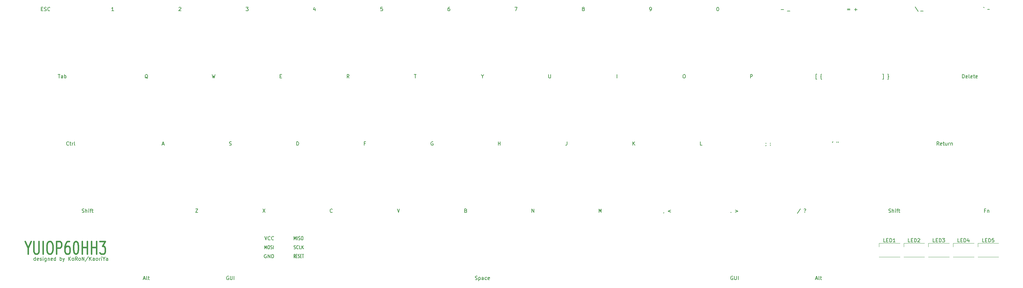
<source format=gbr>
%TF.GenerationSoftware,KiCad,Pcbnew,(5.1.9)-1*%
%TF.CreationDate,2021-04-11T15:21:24+09:00*%
%TF.ProjectId,yuiop60hh3,7975696f-7036-4306-9868-332e6b696361,1*%
%TF.SameCoordinates,Original*%
%TF.FileFunction,Legend,Top*%
%TF.FilePolarity,Positive*%
%FSLAX46Y46*%
G04 Gerber Fmt 4.6, Leading zero omitted, Abs format (unit mm)*
G04 Created by KiCad (PCBNEW (5.1.9)-1) date 2021-04-11 15:21:24*
%MOMM*%
%LPD*%
G01*
G04 APERTURE LIST*
%ADD10C,0.150000*%
%ADD11C,0.400000*%
%ADD12C,0.120000*%
G04 APERTURE END LIST*
D10*
X76701190Y-188717540D02*
X76701190Y-187717540D01*
X76701190Y-188669921D02*
X76605952Y-188717540D01*
X76415476Y-188717540D01*
X76320238Y-188669921D01*
X76272619Y-188622302D01*
X76225000Y-188527064D01*
X76225000Y-188241350D01*
X76272619Y-188146112D01*
X76320238Y-188098493D01*
X76415476Y-188050874D01*
X76605952Y-188050874D01*
X76701190Y-188098493D01*
X77558333Y-188669921D02*
X77463095Y-188717540D01*
X77272619Y-188717540D01*
X77177380Y-188669921D01*
X77129761Y-188574683D01*
X77129761Y-188193731D01*
X77177380Y-188098493D01*
X77272619Y-188050874D01*
X77463095Y-188050874D01*
X77558333Y-188098493D01*
X77605952Y-188193731D01*
X77605952Y-188288969D01*
X77129761Y-188384207D01*
X77986904Y-188669921D02*
X78082142Y-188717540D01*
X78272619Y-188717540D01*
X78367857Y-188669921D01*
X78415476Y-188574683D01*
X78415476Y-188527064D01*
X78367857Y-188431826D01*
X78272619Y-188384207D01*
X78129761Y-188384207D01*
X78034523Y-188336588D01*
X77986904Y-188241350D01*
X77986904Y-188193731D01*
X78034523Y-188098493D01*
X78129761Y-188050874D01*
X78272619Y-188050874D01*
X78367857Y-188098493D01*
X78844047Y-188717540D02*
X78844047Y-188050874D01*
X78844047Y-187717540D02*
X78796428Y-187765160D01*
X78844047Y-187812779D01*
X78891666Y-187765160D01*
X78844047Y-187717540D01*
X78844047Y-187812779D01*
X79748809Y-188050874D02*
X79748809Y-188860398D01*
X79701190Y-188955636D01*
X79653571Y-189003255D01*
X79558333Y-189050874D01*
X79415476Y-189050874D01*
X79320238Y-189003255D01*
X79748809Y-188669921D02*
X79653571Y-188717540D01*
X79463095Y-188717540D01*
X79367857Y-188669921D01*
X79320238Y-188622302D01*
X79272619Y-188527064D01*
X79272619Y-188241350D01*
X79320238Y-188146112D01*
X79367857Y-188098493D01*
X79463095Y-188050874D01*
X79653571Y-188050874D01*
X79748809Y-188098493D01*
X80225000Y-188050874D02*
X80225000Y-188717540D01*
X80225000Y-188146112D02*
X80272619Y-188098493D01*
X80367857Y-188050874D01*
X80510714Y-188050874D01*
X80605952Y-188098493D01*
X80653571Y-188193731D01*
X80653571Y-188717540D01*
X81510714Y-188669921D02*
X81415476Y-188717540D01*
X81225000Y-188717540D01*
X81129761Y-188669921D01*
X81082142Y-188574683D01*
X81082142Y-188193731D01*
X81129761Y-188098493D01*
X81225000Y-188050874D01*
X81415476Y-188050874D01*
X81510714Y-188098493D01*
X81558333Y-188193731D01*
X81558333Y-188288969D01*
X81082142Y-188384207D01*
X82415476Y-188717540D02*
X82415476Y-187717540D01*
X82415476Y-188669921D02*
X82320238Y-188717540D01*
X82129761Y-188717540D01*
X82034523Y-188669921D01*
X81986904Y-188622302D01*
X81939285Y-188527064D01*
X81939285Y-188241350D01*
X81986904Y-188146112D01*
X82034523Y-188098493D01*
X82129761Y-188050874D01*
X82320238Y-188050874D01*
X82415476Y-188098493D01*
X83653571Y-188717540D02*
X83653571Y-187717540D01*
X83653571Y-188098493D02*
X83748809Y-188050874D01*
X83939285Y-188050874D01*
X84034523Y-188098493D01*
X84082142Y-188146112D01*
X84129761Y-188241350D01*
X84129761Y-188527064D01*
X84082142Y-188622302D01*
X84034523Y-188669921D01*
X83939285Y-188717540D01*
X83748809Y-188717540D01*
X83653571Y-188669921D01*
X84463095Y-188050874D02*
X84701190Y-188717540D01*
X84939285Y-188050874D02*
X84701190Y-188717540D01*
X84605952Y-188955636D01*
X84558333Y-189003255D01*
X84463095Y-189050874D01*
X86082142Y-188717540D02*
X86082142Y-187717540D01*
X86653571Y-188717540D02*
X86225000Y-188146112D01*
X86653571Y-187717540D02*
X86082142Y-188288969D01*
X87225000Y-188717540D02*
X87129761Y-188669921D01*
X87082142Y-188622302D01*
X87034523Y-188527064D01*
X87034523Y-188241350D01*
X87082142Y-188146112D01*
X87129761Y-188098493D01*
X87225000Y-188050874D01*
X87367857Y-188050874D01*
X87463095Y-188098493D01*
X87510714Y-188146112D01*
X87558333Y-188241350D01*
X87558333Y-188527064D01*
X87510714Y-188622302D01*
X87463095Y-188669921D01*
X87367857Y-188717540D01*
X87225000Y-188717540D01*
X88558333Y-188717540D02*
X88225000Y-188241350D01*
X87986904Y-188717540D02*
X87986904Y-187717540D01*
X88367857Y-187717540D01*
X88463095Y-187765160D01*
X88510714Y-187812779D01*
X88558333Y-187908017D01*
X88558333Y-188050874D01*
X88510714Y-188146112D01*
X88463095Y-188193731D01*
X88367857Y-188241350D01*
X87986904Y-188241350D01*
X89129761Y-188717540D02*
X89034523Y-188669921D01*
X88986904Y-188622302D01*
X88939285Y-188527064D01*
X88939285Y-188241350D01*
X88986904Y-188146112D01*
X89034523Y-188098493D01*
X89129761Y-188050874D01*
X89272619Y-188050874D01*
X89367857Y-188098493D01*
X89415476Y-188146112D01*
X89463095Y-188241350D01*
X89463095Y-188527064D01*
X89415476Y-188622302D01*
X89367857Y-188669921D01*
X89272619Y-188717540D01*
X89129761Y-188717540D01*
X89891666Y-188717540D02*
X89891666Y-187717540D01*
X90463095Y-188717540D01*
X90463095Y-187717540D01*
X91653571Y-187669921D02*
X90796428Y-188955636D01*
X91986904Y-188717540D02*
X91986904Y-187717540D01*
X92558333Y-188717540D02*
X92129761Y-188146112D01*
X92558333Y-187717540D02*
X91986904Y-188288969D01*
X93415476Y-188717540D02*
X93415476Y-188193731D01*
X93367857Y-188098493D01*
X93272619Y-188050874D01*
X93082142Y-188050874D01*
X92986904Y-188098493D01*
X93415476Y-188669921D02*
X93320238Y-188717540D01*
X93082142Y-188717540D01*
X92986904Y-188669921D01*
X92939285Y-188574683D01*
X92939285Y-188479445D01*
X92986904Y-188384207D01*
X93082142Y-188336588D01*
X93320238Y-188336588D01*
X93415476Y-188288969D01*
X94034523Y-188717540D02*
X93939285Y-188669921D01*
X93891666Y-188622302D01*
X93844047Y-188527064D01*
X93844047Y-188241350D01*
X93891666Y-188146112D01*
X93939285Y-188098493D01*
X94034523Y-188050874D01*
X94177380Y-188050874D01*
X94272619Y-188098493D01*
X94320238Y-188146112D01*
X94367857Y-188241350D01*
X94367857Y-188527064D01*
X94320238Y-188622302D01*
X94272619Y-188669921D01*
X94177380Y-188717540D01*
X94034523Y-188717540D01*
X94796428Y-188717540D02*
X94796428Y-188050874D01*
X94796428Y-188241350D02*
X94844047Y-188146112D01*
X94891666Y-188098493D01*
X94986904Y-188050874D01*
X95082142Y-188050874D01*
X95415476Y-188717540D02*
X95415476Y-188050874D01*
X95415476Y-187717540D02*
X95367857Y-187765160D01*
X95415476Y-187812779D01*
X95463095Y-187765160D01*
X95415476Y-187717540D01*
X95415476Y-187812779D01*
X96082142Y-188241350D02*
X96082142Y-188717540D01*
X95748809Y-187717540D02*
X96082142Y-188241350D01*
X96415476Y-187717540D01*
X97177380Y-188717540D02*
X97177380Y-188193731D01*
X97129761Y-188098493D01*
X97034523Y-188050874D01*
X96844047Y-188050874D01*
X96748809Y-188098493D01*
X97177380Y-188669921D02*
X97082142Y-188717540D01*
X96844047Y-188717540D01*
X96748809Y-188669921D01*
X96701190Y-188574683D01*
X96701190Y-188479445D01*
X96748809Y-188384207D01*
X96844047Y-188336588D01*
X97082142Y-188336588D01*
X97177380Y-188288969D01*
D11*
X74570238Y-185181826D02*
X74570238Y-186848493D01*
X73736904Y-183348493D02*
X74570238Y-185181826D01*
X75403571Y-183348493D01*
X76236904Y-183348493D02*
X76236904Y-186181826D01*
X76355952Y-186515160D01*
X76475000Y-186681826D01*
X76713095Y-186848493D01*
X77189285Y-186848493D01*
X77427380Y-186681826D01*
X77546428Y-186515160D01*
X77665476Y-186181826D01*
X77665476Y-183348493D01*
X78855952Y-186848493D02*
X78855952Y-183348493D01*
X80522619Y-183348493D02*
X80998809Y-183348493D01*
X81236904Y-183515160D01*
X81475000Y-183848493D01*
X81594047Y-184515160D01*
X81594047Y-185681826D01*
X81475000Y-186348493D01*
X81236904Y-186681826D01*
X80998809Y-186848493D01*
X80522619Y-186848493D01*
X80284523Y-186681826D01*
X80046428Y-186348493D01*
X79927380Y-185681826D01*
X79927380Y-184515160D01*
X80046428Y-183848493D01*
X80284523Y-183515160D01*
X80522619Y-183348493D01*
X82665476Y-186848493D02*
X82665476Y-183348493D01*
X83617857Y-183348493D01*
X83855952Y-183515160D01*
X83975000Y-183681826D01*
X84094047Y-184015160D01*
X84094047Y-184515160D01*
X83975000Y-184848493D01*
X83855952Y-185015160D01*
X83617857Y-185181826D01*
X82665476Y-185181826D01*
X86236904Y-183348493D02*
X85760714Y-183348493D01*
X85522619Y-183515160D01*
X85403571Y-183681826D01*
X85165476Y-184181826D01*
X85046428Y-184848493D01*
X85046428Y-186181826D01*
X85165476Y-186515160D01*
X85284523Y-186681826D01*
X85522619Y-186848493D01*
X85998809Y-186848493D01*
X86236904Y-186681826D01*
X86355952Y-186515160D01*
X86475000Y-186181826D01*
X86475000Y-185348493D01*
X86355952Y-185015160D01*
X86236904Y-184848493D01*
X85998809Y-184681826D01*
X85522619Y-184681826D01*
X85284523Y-184848493D01*
X85165476Y-185015160D01*
X85046428Y-185348493D01*
X88022619Y-183348493D02*
X88260714Y-183348493D01*
X88498809Y-183515160D01*
X88617857Y-183681826D01*
X88736904Y-184015160D01*
X88855952Y-184681826D01*
X88855952Y-185515160D01*
X88736904Y-186181826D01*
X88617857Y-186515160D01*
X88498809Y-186681826D01*
X88260714Y-186848493D01*
X88022619Y-186848493D01*
X87784523Y-186681826D01*
X87665476Y-186515160D01*
X87546428Y-186181826D01*
X87427380Y-185515160D01*
X87427380Y-184681826D01*
X87546428Y-184015160D01*
X87665476Y-183681826D01*
X87784523Y-183515160D01*
X88022619Y-183348493D01*
X89927380Y-186848493D02*
X89927380Y-183348493D01*
X89927380Y-185015160D02*
X91355952Y-185015160D01*
X91355952Y-186848493D02*
X91355952Y-183348493D01*
X92546428Y-186848493D02*
X92546428Y-183348493D01*
X92546428Y-185015160D02*
X93975000Y-185015160D01*
X93975000Y-186848493D02*
X93975000Y-183348493D01*
X94927380Y-183348493D02*
X96475000Y-183348493D01*
X95641666Y-184681826D01*
X95998809Y-184681826D01*
X96236904Y-184848493D01*
X96355952Y-185015160D01*
X96475000Y-185348493D01*
X96475000Y-186181826D01*
X96355952Y-186515160D01*
X96236904Y-186681826D01*
X95998809Y-186848493D01*
X95284523Y-186848493D01*
X95046428Y-186681826D01*
X94927380Y-186515160D01*
D10*
X142091785Y-187065160D02*
X141996547Y-187017540D01*
X141853690Y-187017540D01*
X141710833Y-187065160D01*
X141615595Y-187160398D01*
X141567976Y-187255636D01*
X141520357Y-187446112D01*
X141520357Y-187588969D01*
X141567976Y-187779445D01*
X141615595Y-187874683D01*
X141710833Y-187969921D01*
X141853690Y-188017540D01*
X141948928Y-188017540D01*
X142091785Y-187969921D01*
X142139404Y-187922302D01*
X142139404Y-187588969D01*
X141948928Y-187588969D01*
X142567976Y-188017540D02*
X142567976Y-187017540D01*
X143139404Y-188017540D01*
X143139404Y-187017540D01*
X143615595Y-188017540D02*
X143615595Y-187017540D01*
X143853690Y-187017540D01*
X143996547Y-187065160D01*
X144091785Y-187160398D01*
X144139404Y-187255636D01*
X144187023Y-187446112D01*
X144187023Y-187588969D01*
X144139404Y-187779445D01*
X144091785Y-187874683D01*
X143996547Y-187969921D01*
X143853690Y-188017540D01*
X143615595Y-188017540D01*
X141622738Y-185467540D02*
X141622738Y-184467540D01*
X141889404Y-185181826D01*
X142156071Y-184467540D01*
X142156071Y-185467540D01*
X142689404Y-184467540D02*
X142841785Y-184467540D01*
X142917976Y-184515160D01*
X142994166Y-184610398D01*
X143032261Y-184800874D01*
X143032261Y-185134207D01*
X142994166Y-185324683D01*
X142917976Y-185419921D01*
X142841785Y-185467540D01*
X142689404Y-185467540D01*
X142613214Y-185419921D01*
X142537023Y-185324683D01*
X142498928Y-185134207D01*
X142498928Y-184800874D01*
X142537023Y-184610398D01*
X142613214Y-184515160D01*
X142689404Y-184467540D01*
X143337023Y-185419921D02*
X143451309Y-185467540D01*
X143641785Y-185467540D01*
X143717976Y-185419921D01*
X143756071Y-185372302D01*
X143794166Y-185277064D01*
X143794166Y-185181826D01*
X143756071Y-185086588D01*
X143717976Y-185038969D01*
X143641785Y-184991350D01*
X143489404Y-184943731D01*
X143413214Y-184896112D01*
X143375119Y-184848493D01*
X143337023Y-184753255D01*
X143337023Y-184658017D01*
X143375119Y-184562779D01*
X143413214Y-184515160D01*
X143489404Y-184467540D01*
X143679880Y-184467540D01*
X143794166Y-184515160D01*
X144137023Y-185467540D02*
X144137023Y-184467540D01*
X141615595Y-181917540D02*
X141948928Y-182917540D01*
X142282261Y-181917540D01*
X143187023Y-182822302D02*
X143139404Y-182869921D01*
X142996547Y-182917540D01*
X142901309Y-182917540D01*
X142758452Y-182869921D01*
X142663214Y-182774683D01*
X142615595Y-182679445D01*
X142567976Y-182488969D01*
X142567976Y-182346112D01*
X142615595Y-182155636D01*
X142663214Y-182060398D01*
X142758452Y-181965160D01*
X142901309Y-181917540D01*
X142996547Y-181917540D01*
X143139404Y-181965160D01*
X143187023Y-182012779D01*
X144187023Y-182822302D02*
X144139404Y-182869921D01*
X143996547Y-182917540D01*
X143901309Y-182917540D01*
X143758452Y-182869921D01*
X143663214Y-182774683D01*
X143615595Y-182679445D01*
X143567976Y-182488969D01*
X143567976Y-182346112D01*
X143615595Y-182155636D01*
X143663214Y-182060398D01*
X143758452Y-181965160D01*
X143901309Y-181917540D01*
X143996547Y-181917540D01*
X144139404Y-181965160D01*
X144187023Y-182012779D01*
X150298690Y-187967540D02*
X150082023Y-187491350D01*
X149927261Y-187967540D02*
X149927261Y-186967540D01*
X150174880Y-186967540D01*
X150236785Y-187015160D01*
X150267738Y-187062779D01*
X150298690Y-187158017D01*
X150298690Y-187300874D01*
X150267738Y-187396112D01*
X150236785Y-187443731D01*
X150174880Y-187491350D01*
X149927261Y-187491350D01*
X150577261Y-187443731D02*
X150793928Y-187443731D01*
X150886785Y-187967540D02*
X150577261Y-187967540D01*
X150577261Y-186967540D01*
X150886785Y-186967540D01*
X151134404Y-187919921D02*
X151227261Y-187967540D01*
X151382023Y-187967540D01*
X151443928Y-187919921D01*
X151474880Y-187872302D01*
X151505833Y-187777064D01*
X151505833Y-187681826D01*
X151474880Y-187586588D01*
X151443928Y-187538969D01*
X151382023Y-187491350D01*
X151258214Y-187443731D01*
X151196309Y-187396112D01*
X151165357Y-187348493D01*
X151134404Y-187253255D01*
X151134404Y-187158017D01*
X151165357Y-187062779D01*
X151196309Y-187015160D01*
X151258214Y-186967540D01*
X151412976Y-186967540D01*
X151505833Y-187015160D01*
X151784404Y-187443731D02*
X152001071Y-187443731D01*
X152093928Y-187967540D02*
X151784404Y-187967540D01*
X151784404Y-186967540D01*
X152093928Y-186967540D01*
X152279642Y-186967540D02*
X152651071Y-186967540D01*
X152465357Y-187967540D02*
X152465357Y-186967540D01*
X149924880Y-185419921D02*
X150039166Y-185467540D01*
X150229642Y-185467540D01*
X150305833Y-185419921D01*
X150343928Y-185372302D01*
X150382023Y-185277064D01*
X150382023Y-185181826D01*
X150343928Y-185086588D01*
X150305833Y-185038969D01*
X150229642Y-184991350D01*
X150077261Y-184943731D01*
X150001071Y-184896112D01*
X149962976Y-184848493D01*
X149924880Y-184753255D01*
X149924880Y-184658017D01*
X149962976Y-184562779D01*
X150001071Y-184515160D01*
X150077261Y-184467540D01*
X150267738Y-184467540D01*
X150382023Y-184515160D01*
X151182023Y-185372302D02*
X151143928Y-185419921D01*
X151029642Y-185467540D01*
X150953452Y-185467540D01*
X150839166Y-185419921D01*
X150762976Y-185324683D01*
X150724880Y-185229445D01*
X150686785Y-185038969D01*
X150686785Y-184896112D01*
X150724880Y-184705636D01*
X150762976Y-184610398D01*
X150839166Y-184515160D01*
X150953452Y-184467540D01*
X151029642Y-184467540D01*
X151143928Y-184515160D01*
X151182023Y-184562779D01*
X151905833Y-185467540D02*
X151524880Y-185467540D01*
X151524880Y-184467540D01*
X152172500Y-185467540D02*
X152172500Y-184467540D01*
X152629642Y-185467540D02*
X152286785Y-184896112D01*
X152629642Y-184467540D02*
X152172500Y-185038969D01*
X149962976Y-182917540D02*
X149962976Y-181917540D01*
X150229642Y-182631826D01*
X150496309Y-181917540D01*
X150496309Y-182917540D01*
X150877261Y-182917540D02*
X150877261Y-181917540D01*
X151220119Y-182869921D02*
X151334404Y-182917540D01*
X151524880Y-182917540D01*
X151601071Y-182869921D01*
X151639166Y-182822302D01*
X151677261Y-182727064D01*
X151677261Y-182631826D01*
X151639166Y-182536588D01*
X151601071Y-182488969D01*
X151524880Y-182441350D01*
X151372500Y-182393731D01*
X151296309Y-182346112D01*
X151258214Y-182298493D01*
X151220119Y-182203255D01*
X151220119Y-182108017D01*
X151258214Y-182012779D01*
X151296309Y-181965160D01*
X151372500Y-181917540D01*
X151562976Y-181917540D01*
X151677261Y-181965160D01*
X152172500Y-181917540D02*
X152324880Y-181917540D01*
X152401071Y-181965160D01*
X152477261Y-182060398D01*
X152515357Y-182250874D01*
X152515357Y-182584207D01*
X152477261Y-182774683D01*
X152401071Y-182869921D01*
X152324880Y-182917540D01*
X152172500Y-182917540D01*
X152096309Y-182869921D01*
X152020119Y-182774683D01*
X151982023Y-182584207D01*
X151982023Y-182250874D01*
X152020119Y-182060398D01*
X152096309Y-181965160D01*
X152172500Y-181917540D01*
D12*
%TO.C,LED5*%
X349619000Y-187706000D02*
X343719000Y-187706000D01*
X349619000Y-183806000D02*
X343719000Y-183806000D01*
X343719000Y-183806000D02*
X343719000Y-184881000D01*
%TO.C,LED4*%
X342619000Y-187706000D02*
X336719000Y-187706000D01*
X342619000Y-183806000D02*
X336719000Y-183806000D01*
X336719000Y-183806000D02*
X336719000Y-184881000D01*
%TO.C,LED3*%
X335619000Y-187706000D02*
X329719000Y-187706000D01*
X335619000Y-183806000D02*
X329719000Y-183806000D01*
X329719000Y-183806000D02*
X329719000Y-184881000D01*
%TO.C,LED2*%
X328619000Y-187706000D02*
X322719000Y-187706000D01*
X328619000Y-183806000D02*
X322719000Y-183806000D01*
X322719000Y-183806000D02*
X322719000Y-184881000D01*
%TO.C,LED1*%
X321619000Y-187706000D02*
X315719000Y-187706000D01*
X321619000Y-183806000D02*
X315719000Y-183806000D01*
X315719000Y-183806000D02*
X315719000Y-184881000D01*
%TO.C,KSW60*%
D10*
X297814285Y-193891666D02*
X298290476Y-193891666D01*
X297719047Y-194177380D02*
X298052380Y-193177380D01*
X298385714Y-194177380D01*
X298861904Y-194177380D02*
X298766666Y-194129761D01*
X298719047Y-194034523D01*
X298719047Y-193177380D01*
X299100000Y-193510714D02*
X299480952Y-193510714D01*
X299242857Y-193177380D02*
X299242857Y-194034523D01*
X299290476Y-194129761D01*
X299385714Y-194177380D01*
X299480952Y-194177380D01*
%TO.C,KSW59*%
X274288000Y-193225000D02*
X274192761Y-193177380D01*
X274049904Y-193177380D01*
X273907047Y-193225000D01*
X273811809Y-193320238D01*
X273764190Y-193415476D01*
X273716571Y-193605952D01*
X273716571Y-193748809D01*
X273764190Y-193939285D01*
X273811809Y-194034523D01*
X273907047Y-194129761D01*
X274049904Y-194177380D01*
X274145142Y-194177380D01*
X274288000Y-194129761D01*
X274335619Y-194082142D01*
X274335619Y-193748809D01*
X274145142Y-193748809D01*
X274764190Y-193177380D02*
X274764190Y-193986904D01*
X274811809Y-194082142D01*
X274859428Y-194129761D01*
X274954666Y-194177380D01*
X275145142Y-194177380D01*
X275240380Y-194129761D01*
X275288000Y-194082142D01*
X275335619Y-193986904D01*
X275335619Y-193177380D01*
X275811809Y-194177380D02*
X275811809Y-193177380D01*
%TO.C,KSW58*%
X201302380Y-194129761D02*
X201445238Y-194177380D01*
X201683333Y-194177380D01*
X201778571Y-194129761D01*
X201826190Y-194082142D01*
X201873809Y-193986904D01*
X201873809Y-193891666D01*
X201826190Y-193796428D01*
X201778571Y-193748809D01*
X201683333Y-193701190D01*
X201492857Y-193653571D01*
X201397619Y-193605952D01*
X201350000Y-193558333D01*
X201302380Y-193463095D01*
X201302380Y-193367857D01*
X201350000Y-193272619D01*
X201397619Y-193225000D01*
X201492857Y-193177380D01*
X201730952Y-193177380D01*
X201873809Y-193225000D01*
X202302380Y-193510714D02*
X202302380Y-194510714D01*
X202302380Y-193558333D02*
X202397619Y-193510714D01*
X202588095Y-193510714D01*
X202683333Y-193558333D01*
X202730952Y-193605952D01*
X202778571Y-193701190D01*
X202778571Y-193986904D01*
X202730952Y-194082142D01*
X202683333Y-194129761D01*
X202588095Y-194177380D01*
X202397619Y-194177380D01*
X202302380Y-194129761D01*
X203635714Y-194177380D02*
X203635714Y-193653571D01*
X203588095Y-193558333D01*
X203492857Y-193510714D01*
X203302380Y-193510714D01*
X203207142Y-193558333D01*
X203635714Y-194129761D02*
X203540476Y-194177380D01*
X203302380Y-194177380D01*
X203207142Y-194129761D01*
X203159523Y-194034523D01*
X203159523Y-193939285D01*
X203207142Y-193844047D01*
X203302380Y-193796428D01*
X203540476Y-193796428D01*
X203635714Y-193748809D01*
X204540476Y-194129761D02*
X204445238Y-194177380D01*
X204254761Y-194177380D01*
X204159523Y-194129761D01*
X204111904Y-194082142D01*
X204064285Y-193986904D01*
X204064285Y-193701190D01*
X204111904Y-193605952D01*
X204159523Y-193558333D01*
X204254761Y-193510714D01*
X204445238Y-193510714D01*
X204540476Y-193558333D01*
X205350000Y-194129761D02*
X205254761Y-194177380D01*
X205064285Y-194177380D01*
X204969047Y-194129761D01*
X204921428Y-194034523D01*
X204921428Y-193653571D01*
X204969047Y-193558333D01*
X205064285Y-193510714D01*
X205254761Y-193510714D01*
X205350000Y-193558333D01*
X205397619Y-193653571D01*
X205397619Y-193748809D01*
X204921428Y-193844047D01*
%TO.C,KSW57*%
X131412000Y-193225000D02*
X131316761Y-193177380D01*
X131173904Y-193177380D01*
X131031047Y-193225000D01*
X130935809Y-193320238D01*
X130888190Y-193415476D01*
X130840571Y-193605952D01*
X130840571Y-193748809D01*
X130888190Y-193939285D01*
X130935809Y-194034523D01*
X131031047Y-194129761D01*
X131173904Y-194177380D01*
X131269142Y-194177380D01*
X131412000Y-194129761D01*
X131459619Y-194082142D01*
X131459619Y-193748809D01*
X131269142Y-193748809D01*
X131888190Y-193177380D02*
X131888190Y-193986904D01*
X131935809Y-194082142D01*
X131983428Y-194129761D01*
X132078666Y-194177380D01*
X132269142Y-194177380D01*
X132364380Y-194129761D01*
X132412000Y-194082142D01*
X132459619Y-193986904D01*
X132459619Y-193177380D01*
X132935809Y-194177380D02*
X132935809Y-193177380D01*
%TO.C,KSW56*%
X107314285Y-193891666D02*
X107790476Y-193891666D01*
X107219047Y-194177380D02*
X107552380Y-193177380D01*
X107885714Y-194177380D01*
X108361904Y-194177380D02*
X108266666Y-194129761D01*
X108219047Y-194034523D01*
X108219047Y-193177380D01*
X108600000Y-193510714D02*
X108980952Y-193510714D01*
X108742857Y-193177380D02*
X108742857Y-194034523D01*
X108790476Y-194129761D01*
X108885714Y-194177380D01*
X108980952Y-194177380D01*
%TO.C,KSW55*%
X345915476Y-174603571D02*
X345582142Y-174603571D01*
X345582142Y-175127380D02*
X345582142Y-174127380D01*
X346058333Y-174127380D01*
X346439285Y-174460714D02*
X346439285Y-175127380D01*
X346439285Y-174555952D02*
X346486904Y-174508333D01*
X346582142Y-174460714D01*
X346725000Y-174460714D01*
X346820238Y-174508333D01*
X346867857Y-174603571D01*
X346867857Y-175127380D01*
%TO.C,KSW54*%
X318483380Y-175079761D02*
X318626238Y-175127380D01*
X318864333Y-175127380D01*
X318959571Y-175079761D01*
X319007190Y-175032142D01*
X319054809Y-174936904D01*
X319054809Y-174841666D01*
X319007190Y-174746428D01*
X318959571Y-174698809D01*
X318864333Y-174651190D01*
X318673857Y-174603571D01*
X318578619Y-174555952D01*
X318531000Y-174508333D01*
X318483380Y-174413095D01*
X318483380Y-174317857D01*
X318531000Y-174222619D01*
X318578619Y-174175000D01*
X318673857Y-174127380D01*
X318911952Y-174127380D01*
X319054809Y-174175000D01*
X319483380Y-175127380D02*
X319483380Y-174127380D01*
X319911952Y-175127380D02*
X319911952Y-174603571D01*
X319864333Y-174508333D01*
X319769095Y-174460714D01*
X319626238Y-174460714D01*
X319531000Y-174508333D01*
X319483380Y-174555952D01*
X320388142Y-175127380D02*
X320388142Y-174460714D01*
X320388142Y-174127380D02*
X320340523Y-174175000D01*
X320388142Y-174222619D01*
X320435761Y-174175000D01*
X320388142Y-174127380D01*
X320388142Y-174222619D01*
X320721476Y-174460714D02*
X321102428Y-174460714D01*
X320864333Y-175127380D02*
X320864333Y-174270238D01*
X320911952Y-174175000D01*
X321007190Y-174127380D01*
X321102428Y-174127380D01*
X321292904Y-174460714D02*
X321673857Y-174460714D01*
X321435761Y-174127380D02*
X321435761Y-174984523D01*
X321483380Y-175079761D01*
X321578619Y-175127380D01*
X321673857Y-175127380D01*
%TO.C,KSW53*%
X293457047Y-174079761D02*
X292599904Y-175365476D01*
X294695142Y-175032142D02*
X294742761Y-175079761D01*
X294695142Y-175127380D01*
X294647523Y-175079761D01*
X294695142Y-175032142D01*
X294695142Y-175127380D01*
X294504666Y-174175000D02*
X294599904Y-174127380D01*
X294838000Y-174127380D01*
X294933238Y-174175000D01*
X294980857Y-174270238D01*
X294980857Y-174365476D01*
X294933238Y-174460714D01*
X294885619Y-174508333D01*
X294790380Y-174555952D01*
X294742761Y-174603571D01*
X294695142Y-174698809D01*
X294695142Y-174746428D01*
%TO.C,KSW52*%
X273788000Y-175032142D02*
X273835619Y-175079761D01*
X273788000Y-175127380D01*
X273740380Y-175079761D01*
X273788000Y-175032142D01*
X273788000Y-175127380D01*
X275026095Y-174460714D02*
X275788000Y-174746428D01*
X275026095Y-175032142D01*
%TO.C,KSW51*%
X254785619Y-175079761D02*
X254785619Y-175127380D01*
X254738000Y-175222619D01*
X254690380Y-175270238D01*
X256738000Y-174460714D02*
X255976095Y-174746428D01*
X256738000Y-175032142D01*
%TO.C,KSW50*%
X236354666Y-175127380D02*
X236354666Y-174127380D01*
X236688000Y-174841666D01*
X237021333Y-174127380D01*
X237021333Y-175127380D01*
%TO.C,KSW49*%
X217352285Y-175127380D02*
X217352285Y-174127380D01*
X217923714Y-175127380D01*
X217923714Y-174127380D01*
%TO.C,KSW48*%
X198659428Y-174603571D02*
X198802285Y-174651190D01*
X198849904Y-174698809D01*
X198897523Y-174794047D01*
X198897523Y-174936904D01*
X198849904Y-175032142D01*
X198802285Y-175079761D01*
X198707047Y-175127380D01*
X198326095Y-175127380D01*
X198326095Y-174127380D01*
X198659428Y-174127380D01*
X198754666Y-174175000D01*
X198802285Y-174222619D01*
X198849904Y-174317857D01*
X198849904Y-174413095D01*
X198802285Y-174508333D01*
X198754666Y-174555952D01*
X198659428Y-174603571D01*
X198326095Y-174603571D01*
%TO.C,KSW47*%
X179204666Y-174127380D02*
X179538000Y-175127380D01*
X179871333Y-174127380D01*
%TO.C,KSW46*%
X160797523Y-175032142D02*
X160749904Y-175079761D01*
X160607047Y-175127380D01*
X160511809Y-175127380D01*
X160368952Y-175079761D01*
X160273714Y-174984523D01*
X160226095Y-174889285D01*
X160178476Y-174698809D01*
X160178476Y-174555952D01*
X160226095Y-174365476D01*
X160273714Y-174270238D01*
X160368952Y-174175000D01*
X160511809Y-174127380D01*
X160607047Y-174127380D01*
X160749904Y-174175000D01*
X160797523Y-174222619D01*
%TO.C,KSW45*%
X141104666Y-174127380D02*
X141771333Y-175127380D01*
X141771333Y-174127380D02*
X141104666Y-175127380D01*
%TO.C,KSW44*%
X122054666Y-174127380D02*
X122721333Y-174127380D01*
X122054666Y-175127380D01*
X122721333Y-175127380D01*
%TO.C,KSW43*%
X89883580Y-175079761D02*
X90026438Y-175127380D01*
X90264533Y-175127380D01*
X90359771Y-175079761D01*
X90407390Y-175032142D01*
X90455009Y-174936904D01*
X90455009Y-174841666D01*
X90407390Y-174746428D01*
X90359771Y-174698809D01*
X90264533Y-174651190D01*
X90074057Y-174603571D01*
X89978819Y-174555952D01*
X89931200Y-174508333D01*
X89883580Y-174413095D01*
X89883580Y-174317857D01*
X89931200Y-174222619D01*
X89978819Y-174175000D01*
X90074057Y-174127380D01*
X90312152Y-174127380D01*
X90455009Y-174175000D01*
X90883580Y-175127380D02*
X90883580Y-174127380D01*
X91312152Y-175127380D02*
X91312152Y-174603571D01*
X91264533Y-174508333D01*
X91169295Y-174460714D01*
X91026438Y-174460714D01*
X90931200Y-174508333D01*
X90883580Y-174555952D01*
X91788342Y-175127380D02*
X91788342Y-174460714D01*
X91788342Y-174127380D02*
X91740723Y-174175000D01*
X91788342Y-174222619D01*
X91835961Y-174175000D01*
X91788342Y-174127380D01*
X91788342Y-174222619D01*
X92121676Y-174460714D02*
X92502628Y-174460714D01*
X92264533Y-175127380D02*
X92264533Y-174270238D01*
X92312152Y-174175000D01*
X92407390Y-174127380D01*
X92502628Y-174127380D01*
X92693104Y-174460714D02*
X93074057Y-174460714D01*
X92835961Y-174127380D02*
X92835961Y-174984523D01*
X92883580Y-175079761D01*
X92978819Y-175127380D01*
X93074057Y-175127380D01*
%TO.C,KSW42*%
X332699952Y-156077380D02*
X332366619Y-155601190D01*
X332128523Y-156077380D02*
X332128523Y-155077380D01*
X332509476Y-155077380D01*
X332604714Y-155125000D01*
X332652333Y-155172619D01*
X332699952Y-155267857D01*
X332699952Y-155410714D01*
X332652333Y-155505952D01*
X332604714Y-155553571D01*
X332509476Y-155601190D01*
X332128523Y-155601190D01*
X333509476Y-156029761D02*
X333414238Y-156077380D01*
X333223761Y-156077380D01*
X333128523Y-156029761D01*
X333080904Y-155934523D01*
X333080904Y-155553571D01*
X333128523Y-155458333D01*
X333223761Y-155410714D01*
X333414238Y-155410714D01*
X333509476Y-155458333D01*
X333557095Y-155553571D01*
X333557095Y-155648809D01*
X333080904Y-155744047D01*
X333842809Y-155410714D02*
X334223761Y-155410714D01*
X333985666Y-155077380D02*
X333985666Y-155934523D01*
X334033285Y-156029761D01*
X334128523Y-156077380D01*
X334223761Y-156077380D01*
X334985666Y-155410714D02*
X334985666Y-156077380D01*
X334557095Y-155410714D02*
X334557095Y-155934523D01*
X334604714Y-156029761D01*
X334699952Y-156077380D01*
X334842809Y-156077380D01*
X334938047Y-156029761D01*
X334985666Y-155982142D01*
X335461857Y-156077380D02*
X335461857Y-155410714D01*
X335461857Y-155601190D02*
X335509476Y-155505952D01*
X335557095Y-155458333D01*
X335652333Y-155410714D01*
X335747571Y-155410714D01*
X336080904Y-155410714D02*
X336080904Y-156077380D01*
X336080904Y-155505952D02*
X336128523Y-155458333D01*
X336223761Y-155410714D01*
X336366619Y-155410714D01*
X336461857Y-155458333D01*
X336509476Y-155553571D01*
X336509476Y-156077380D01*
%TO.C,KSW41*%
X302647714Y-155077380D02*
X302552476Y-155267857D01*
X303790571Y-155077380D02*
X303790571Y-155267857D01*
X304171523Y-155077380D02*
X304171523Y-155267857D01*
%TO.C,KSW40*%
X283740571Y-156029761D02*
X283740571Y-156077380D01*
X283692952Y-156172619D01*
X283645333Y-156220238D01*
X283692952Y-155458333D02*
X283740571Y-155505952D01*
X283692952Y-155553571D01*
X283645333Y-155505952D01*
X283692952Y-155458333D01*
X283692952Y-155553571D01*
X284931047Y-155982142D02*
X284978666Y-156029761D01*
X284931047Y-156077380D01*
X284883428Y-156029761D01*
X284931047Y-155982142D01*
X284931047Y-156077380D01*
X284931047Y-155458333D02*
X284978666Y-155505952D01*
X284931047Y-155553571D01*
X284883428Y-155505952D01*
X284931047Y-155458333D01*
X284931047Y-155553571D01*
%TO.C,KSW39*%
X265571523Y-156077380D02*
X265095333Y-156077380D01*
X265095333Y-155077380D01*
%TO.C,KSW38*%
X245950095Y-156077380D02*
X245950095Y-155077380D01*
X246521523Y-156077380D02*
X246092952Y-155505952D01*
X246521523Y-155077380D02*
X245950095Y-155648809D01*
%TO.C,KSW37*%
X227304857Y-155077380D02*
X227304857Y-155791666D01*
X227257238Y-155934523D01*
X227162000Y-156029761D01*
X227019142Y-156077380D01*
X226923904Y-156077380D01*
%TO.C,KSW36*%
X207826285Y-156077380D02*
X207826285Y-155077380D01*
X207826285Y-155553571D02*
X208397714Y-155553571D01*
X208397714Y-156077380D02*
X208397714Y-155077380D01*
%TO.C,KSW35*%
X189323904Y-155125000D02*
X189228666Y-155077380D01*
X189085809Y-155077380D01*
X188942952Y-155125000D01*
X188847714Y-155220238D01*
X188800095Y-155315476D01*
X188752476Y-155505952D01*
X188752476Y-155648809D01*
X188800095Y-155839285D01*
X188847714Y-155934523D01*
X188942952Y-156029761D01*
X189085809Y-156077380D01*
X189181047Y-156077380D01*
X189323904Y-156029761D01*
X189371523Y-155982142D01*
X189371523Y-155648809D01*
X189181047Y-155648809D01*
%TO.C,KSW34*%
X170154857Y-155553571D02*
X169821523Y-155553571D01*
X169821523Y-156077380D02*
X169821523Y-155077380D01*
X170297714Y-155077380D01*
%TO.C,KSW33*%
X150700095Y-156077380D02*
X150700095Y-155077380D01*
X150938190Y-155077380D01*
X151081047Y-155125000D01*
X151176285Y-155220238D01*
X151223904Y-155315476D01*
X151271523Y-155505952D01*
X151271523Y-155648809D01*
X151223904Y-155839285D01*
X151176285Y-155934523D01*
X151081047Y-156029761D01*
X150938190Y-156077380D01*
X150700095Y-156077380D01*
%TO.C,KSW32*%
X131626285Y-156029761D02*
X131769142Y-156077380D01*
X132007238Y-156077380D01*
X132102476Y-156029761D01*
X132150095Y-155982142D01*
X132197714Y-155886904D01*
X132197714Y-155791666D01*
X132150095Y-155696428D01*
X132102476Y-155648809D01*
X132007238Y-155601190D01*
X131816761Y-155553571D01*
X131721523Y-155505952D01*
X131673904Y-155458333D01*
X131626285Y-155363095D01*
X131626285Y-155267857D01*
X131673904Y-155172619D01*
X131721523Y-155125000D01*
X131816761Y-155077380D01*
X132054857Y-155077380D01*
X132197714Y-155125000D01*
%TO.C,KSW31*%
X112623904Y-155791666D02*
X113100095Y-155791666D01*
X112528666Y-156077380D02*
X112862000Y-155077380D01*
X113195333Y-156077380D01*
%TO.C,KSW30*%
X86121180Y-155982142D02*
X86073561Y-156029761D01*
X85930704Y-156077380D01*
X85835466Y-156077380D01*
X85692609Y-156029761D01*
X85597371Y-155934523D01*
X85549752Y-155839285D01*
X85502133Y-155648809D01*
X85502133Y-155505952D01*
X85549752Y-155315476D01*
X85597371Y-155220238D01*
X85692609Y-155125000D01*
X85835466Y-155077380D01*
X85930704Y-155077380D01*
X86073561Y-155125000D01*
X86121180Y-155172619D01*
X86406895Y-155410714D02*
X86787847Y-155410714D01*
X86549752Y-155077380D02*
X86549752Y-155934523D01*
X86597371Y-156029761D01*
X86692609Y-156077380D01*
X86787847Y-156077380D01*
X87121180Y-156077380D02*
X87121180Y-155410714D01*
X87121180Y-155601190D02*
X87168800Y-155505952D01*
X87216419Y-155458333D01*
X87311657Y-155410714D01*
X87406895Y-155410714D01*
X87883085Y-156077380D02*
X87787847Y-156029761D01*
X87740228Y-155934523D01*
X87740228Y-155077380D01*
%TO.C,KSW29*%
X339366761Y-137027380D02*
X339366761Y-136027380D01*
X339604857Y-136027380D01*
X339747714Y-136075000D01*
X339842952Y-136170238D01*
X339890571Y-136265476D01*
X339938190Y-136455952D01*
X339938190Y-136598809D01*
X339890571Y-136789285D01*
X339842952Y-136884523D01*
X339747714Y-136979761D01*
X339604857Y-137027380D01*
X339366761Y-137027380D01*
X340747714Y-136979761D02*
X340652476Y-137027380D01*
X340462000Y-137027380D01*
X340366761Y-136979761D01*
X340319142Y-136884523D01*
X340319142Y-136503571D01*
X340366761Y-136408333D01*
X340462000Y-136360714D01*
X340652476Y-136360714D01*
X340747714Y-136408333D01*
X340795333Y-136503571D01*
X340795333Y-136598809D01*
X340319142Y-136694047D01*
X341366761Y-137027380D02*
X341271523Y-136979761D01*
X341223904Y-136884523D01*
X341223904Y-136027380D01*
X342128666Y-136979761D02*
X342033428Y-137027380D01*
X341842952Y-137027380D01*
X341747714Y-136979761D01*
X341700095Y-136884523D01*
X341700095Y-136503571D01*
X341747714Y-136408333D01*
X341842952Y-136360714D01*
X342033428Y-136360714D01*
X342128666Y-136408333D01*
X342176285Y-136503571D01*
X342176285Y-136598809D01*
X341700095Y-136694047D01*
X342462000Y-136360714D02*
X342842952Y-136360714D01*
X342604857Y-136027380D02*
X342604857Y-136884523D01*
X342652476Y-136979761D01*
X342747714Y-137027380D01*
X342842952Y-137027380D01*
X343557238Y-136979761D02*
X343462000Y-137027380D01*
X343271523Y-137027380D01*
X343176285Y-136979761D01*
X343128666Y-136884523D01*
X343128666Y-136503571D01*
X343176285Y-136408333D01*
X343271523Y-136360714D01*
X343462000Y-136360714D01*
X343557238Y-136408333D01*
X343604857Y-136503571D01*
X343604857Y-136598809D01*
X343128666Y-136694047D01*
%TO.C,KSW28*%
X316745238Y-137360714D02*
X316983333Y-137360714D01*
X316983333Y-135932142D01*
X316745238Y-135932142D01*
X318173809Y-137408333D02*
X318221428Y-137408333D01*
X318316666Y-137360714D01*
X318364285Y-137265476D01*
X318364285Y-136789285D01*
X318411904Y-136694047D01*
X318507142Y-136646428D01*
X318411904Y-136598809D01*
X318364285Y-136503571D01*
X318364285Y-136027380D01*
X318316666Y-135932142D01*
X318221428Y-135884523D01*
X318173809Y-135884523D01*
%TO.C,KSW27*%
X298076190Y-137360714D02*
X297838095Y-137360714D01*
X297838095Y-135932142D01*
X298076190Y-135932142D01*
X299504761Y-137408333D02*
X299457142Y-137408333D01*
X299361904Y-137360714D01*
X299314285Y-137265476D01*
X299314285Y-136789285D01*
X299266666Y-136694047D01*
X299171428Y-136646428D01*
X299266666Y-136598809D01*
X299314285Y-136503571D01*
X299314285Y-136027380D01*
X299361904Y-135932142D01*
X299457142Y-135884523D01*
X299504761Y-135884523D01*
%TO.C,KSW26*%
X279288095Y-137027380D02*
X279288095Y-136027380D01*
X279669047Y-136027380D01*
X279764285Y-136075000D01*
X279811904Y-136122619D01*
X279859523Y-136217857D01*
X279859523Y-136360714D01*
X279811904Y-136455952D01*
X279764285Y-136503571D01*
X279669047Y-136551190D01*
X279288095Y-136551190D01*
%TO.C,KSW25*%
X260404761Y-136027380D02*
X260595238Y-136027380D01*
X260690476Y-136075000D01*
X260785714Y-136170238D01*
X260833333Y-136360714D01*
X260833333Y-136694047D01*
X260785714Y-136884523D01*
X260690476Y-136979761D01*
X260595238Y-137027380D01*
X260404761Y-137027380D01*
X260309523Y-136979761D01*
X260214285Y-136884523D01*
X260166666Y-136694047D01*
X260166666Y-136360714D01*
X260214285Y-136170238D01*
X260309523Y-136075000D01*
X260404761Y-136027380D01*
%TO.C,KSW24*%
X241450000Y-137027380D02*
X241450000Y-136027380D01*
%TO.C,KSW23*%
X222114285Y-136027380D02*
X222114285Y-136836904D01*
X222161904Y-136932142D01*
X222209523Y-136979761D01*
X222304761Y-137027380D01*
X222495238Y-137027380D01*
X222590476Y-136979761D01*
X222638095Y-136932142D01*
X222685714Y-136836904D01*
X222685714Y-136027380D01*
%TO.C,KSW22*%
X203350000Y-136551190D02*
X203350000Y-137027380D01*
X203016666Y-136027380D02*
X203350000Y-136551190D01*
X203683333Y-136027380D01*
%TO.C,KSW21*%
X184014285Y-136027380D02*
X184585714Y-136027380D01*
X184300000Y-137027380D02*
X184300000Y-136027380D01*
%TO.C,KSW20*%
X165559523Y-137027380D02*
X165226190Y-136551190D01*
X164988095Y-137027380D02*
X164988095Y-136027380D01*
X165369047Y-136027380D01*
X165464285Y-136075000D01*
X165511904Y-136122619D01*
X165559523Y-136217857D01*
X165559523Y-136360714D01*
X165511904Y-136455952D01*
X165464285Y-136503571D01*
X165369047Y-136551190D01*
X164988095Y-136551190D01*
%TO.C,KSW19*%
X145985714Y-136503571D02*
X146319047Y-136503571D01*
X146461904Y-137027380D02*
X145985714Y-137027380D01*
X145985714Y-136027380D01*
X146461904Y-136027380D01*
%TO.C,KSW18*%
X126721428Y-136027380D02*
X126959523Y-137027380D01*
X127150000Y-136313095D01*
X127340476Y-137027380D01*
X127578571Y-136027380D01*
%TO.C,KSW17*%
X108480952Y-137122619D02*
X108385714Y-137075000D01*
X108290476Y-136979761D01*
X108147619Y-136836904D01*
X108052380Y-136789285D01*
X107957142Y-136789285D01*
X108004761Y-137027380D02*
X107909523Y-136979761D01*
X107814285Y-136884523D01*
X107766666Y-136694047D01*
X107766666Y-136360714D01*
X107814285Y-136170238D01*
X107909523Y-136075000D01*
X108004761Y-136027380D01*
X108195238Y-136027380D01*
X108290476Y-136075000D01*
X108385714Y-136170238D01*
X108433333Y-136360714D01*
X108433333Y-136694047D01*
X108385714Y-136884523D01*
X108290476Y-136979761D01*
X108195238Y-137027380D01*
X108004761Y-137027380D01*
%TO.C,KSW16*%
X83097023Y-136027380D02*
X83668452Y-136027380D01*
X83382738Y-137027380D02*
X83382738Y-136027380D01*
X84430357Y-137027380D02*
X84430357Y-136503571D01*
X84382738Y-136408333D01*
X84287500Y-136360714D01*
X84097023Y-136360714D01*
X84001785Y-136408333D01*
X84430357Y-136979761D02*
X84335119Y-137027380D01*
X84097023Y-137027380D01*
X84001785Y-136979761D01*
X83954166Y-136884523D01*
X83954166Y-136789285D01*
X84001785Y-136694047D01*
X84097023Y-136646428D01*
X84335119Y-136646428D01*
X84430357Y-136598809D01*
X84906547Y-137027380D02*
X84906547Y-136027380D01*
X84906547Y-136408333D02*
X85001785Y-136360714D01*
X85192261Y-136360714D01*
X85287500Y-136408333D01*
X85335119Y-136455952D01*
X85382738Y-136551190D01*
X85382738Y-136836904D01*
X85335119Y-136932142D01*
X85287500Y-136979761D01*
X85192261Y-137027380D01*
X85001785Y-137027380D01*
X84906547Y-136979761D01*
%TO.C,KSW15*%
X345391666Y-116929761D02*
X345534523Y-117072619D01*
X346534523Y-117596428D02*
X346582142Y-117548809D01*
X346677380Y-117501190D01*
X346867857Y-117596428D01*
X346963095Y-117548809D01*
X347010714Y-117501190D01*
%TO.C,KSW14*%
X325984523Y-116882142D02*
X326841666Y-118167857D01*
X327508333Y-118072619D02*
X328270238Y-118072619D01*
%TO.C,KSW13*%
X306744047Y-117453571D02*
X307505952Y-117453571D01*
X307505952Y-117739285D02*
X306744047Y-117739285D01*
X308744047Y-117596428D02*
X309505952Y-117596428D01*
X309125000Y-117977380D02*
X309125000Y-117215476D01*
%TO.C,KSW12*%
X287932142Y-117596428D02*
X288694047Y-117596428D01*
X289694047Y-118072619D02*
X290455952Y-118072619D01*
%TO.C,KSW11*%
X269977380Y-116977380D02*
X270072619Y-116977380D01*
X270167857Y-117025000D01*
X270215476Y-117072619D01*
X270263095Y-117167857D01*
X270310714Y-117358333D01*
X270310714Y-117596428D01*
X270263095Y-117786904D01*
X270215476Y-117882142D01*
X270167857Y-117929761D01*
X270072619Y-117977380D01*
X269977380Y-117977380D01*
X269882142Y-117929761D01*
X269834523Y-117882142D01*
X269786904Y-117786904D01*
X269739285Y-117596428D01*
X269739285Y-117358333D01*
X269786904Y-117167857D01*
X269834523Y-117072619D01*
X269882142Y-117025000D01*
X269977380Y-116977380D01*
%TO.C,KSW10*%
X250784523Y-117977380D02*
X250975000Y-117977380D01*
X251070238Y-117929761D01*
X251117857Y-117882142D01*
X251213095Y-117739285D01*
X251260714Y-117548809D01*
X251260714Y-117167857D01*
X251213095Y-117072619D01*
X251165476Y-117025000D01*
X251070238Y-116977380D01*
X250879761Y-116977380D01*
X250784523Y-117025000D01*
X250736904Y-117072619D01*
X250689285Y-117167857D01*
X250689285Y-117405952D01*
X250736904Y-117501190D01*
X250784523Y-117548809D01*
X250879761Y-117596428D01*
X251070238Y-117596428D01*
X251165476Y-117548809D01*
X251213095Y-117501190D01*
X251260714Y-117405952D01*
%TO.C,KSW9*%
X231829761Y-117405952D02*
X231734523Y-117358333D01*
X231686904Y-117310714D01*
X231639285Y-117215476D01*
X231639285Y-117167857D01*
X231686904Y-117072619D01*
X231734523Y-117025000D01*
X231829761Y-116977380D01*
X232020238Y-116977380D01*
X232115476Y-117025000D01*
X232163095Y-117072619D01*
X232210714Y-117167857D01*
X232210714Y-117215476D01*
X232163095Y-117310714D01*
X232115476Y-117358333D01*
X232020238Y-117405952D01*
X231829761Y-117405952D01*
X231734523Y-117453571D01*
X231686904Y-117501190D01*
X231639285Y-117596428D01*
X231639285Y-117786904D01*
X231686904Y-117882142D01*
X231734523Y-117929761D01*
X231829761Y-117977380D01*
X232020238Y-117977380D01*
X232115476Y-117929761D01*
X232163095Y-117882142D01*
X232210714Y-117786904D01*
X232210714Y-117596428D01*
X232163095Y-117501190D01*
X232115476Y-117453571D01*
X232020238Y-117405952D01*
%TO.C,KSW8*%
X212541666Y-116977380D02*
X213208333Y-116977380D01*
X212779761Y-117977380D01*
%TO.C,KSW7*%
X194015476Y-116977380D02*
X193825000Y-116977380D01*
X193729761Y-117025000D01*
X193682142Y-117072619D01*
X193586904Y-117215476D01*
X193539285Y-117405952D01*
X193539285Y-117786904D01*
X193586904Y-117882142D01*
X193634523Y-117929761D01*
X193729761Y-117977380D01*
X193920238Y-117977380D01*
X194015476Y-117929761D01*
X194063095Y-117882142D01*
X194110714Y-117786904D01*
X194110714Y-117548809D01*
X194063095Y-117453571D01*
X194015476Y-117405952D01*
X193920238Y-117358333D01*
X193729761Y-117358333D01*
X193634523Y-117405952D01*
X193586904Y-117453571D01*
X193539285Y-117548809D01*
%TO.C,KSW6*%
X175013095Y-116977380D02*
X174536904Y-116977380D01*
X174489285Y-117453571D01*
X174536904Y-117405952D01*
X174632142Y-117358333D01*
X174870238Y-117358333D01*
X174965476Y-117405952D01*
X175013095Y-117453571D01*
X175060714Y-117548809D01*
X175060714Y-117786904D01*
X175013095Y-117882142D01*
X174965476Y-117929761D01*
X174870238Y-117977380D01*
X174632142Y-117977380D01*
X174536904Y-117929761D01*
X174489285Y-117882142D01*
%TO.C,KSW5*%
X155915476Y-117310714D02*
X155915476Y-117977380D01*
X155677380Y-116929761D02*
X155439285Y-117644047D01*
X156058333Y-117644047D01*
%TO.C,KSW4*%
X136341666Y-116977380D02*
X136960714Y-116977380D01*
X136627380Y-117358333D01*
X136770238Y-117358333D01*
X136865476Y-117405952D01*
X136913095Y-117453571D01*
X136960714Y-117548809D01*
X136960714Y-117786904D01*
X136913095Y-117882142D01*
X136865476Y-117929761D01*
X136770238Y-117977380D01*
X136484523Y-117977380D01*
X136389285Y-117929761D01*
X136341666Y-117882142D01*
%TO.C,KSW3*%
X117339285Y-117072619D02*
X117386904Y-117025000D01*
X117482142Y-116977380D01*
X117720238Y-116977380D01*
X117815476Y-117025000D01*
X117863095Y-117072619D01*
X117910714Y-117167857D01*
X117910714Y-117263095D01*
X117863095Y-117405952D01*
X117291666Y-117977380D01*
X117910714Y-117977380D01*
%TO.C,KSW2*%
X98860714Y-117977380D02*
X98289285Y-117977380D01*
X98575000Y-117977380D02*
X98575000Y-116977380D01*
X98479761Y-117120238D01*
X98384523Y-117215476D01*
X98289285Y-117263095D01*
%TO.C,KSW1*%
X78334523Y-117453571D02*
X78667857Y-117453571D01*
X78810714Y-117977380D02*
X78334523Y-117977380D01*
X78334523Y-116977380D01*
X78810714Y-116977380D01*
X79191666Y-117929761D02*
X79334523Y-117977380D01*
X79572619Y-117977380D01*
X79667857Y-117929761D01*
X79715476Y-117882142D01*
X79763095Y-117786904D01*
X79763095Y-117691666D01*
X79715476Y-117596428D01*
X79667857Y-117548809D01*
X79572619Y-117501190D01*
X79382142Y-117453571D01*
X79286904Y-117405952D01*
X79239285Y-117358333D01*
X79191666Y-117263095D01*
X79191666Y-117167857D01*
X79239285Y-117072619D01*
X79286904Y-117025000D01*
X79382142Y-116977380D01*
X79620238Y-116977380D01*
X79763095Y-117025000D01*
X80763095Y-117882142D02*
X80715476Y-117929761D01*
X80572619Y-117977380D01*
X80477380Y-117977380D01*
X80334523Y-117929761D01*
X80239285Y-117834523D01*
X80191666Y-117739285D01*
X80144047Y-117548809D01*
X80144047Y-117405952D01*
X80191666Y-117215476D01*
X80239285Y-117120238D01*
X80334523Y-117025000D01*
X80477380Y-116977380D01*
X80572619Y-116977380D01*
X80715476Y-117025000D01*
X80763095Y-117072619D01*
%TO.C,LED5*%
X345549952Y-183510480D02*
X345073761Y-183510480D01*
X345073761Y-182510480D01*
X345883285Y-182986671D02*
X346216619Y-182986671D01*
X346359476Y-183510480D02*
X345883285Y-183510480D01*
X345883285Y-182510480D01*
X346359476Y-182510480D01*
X346788047Y-183510480D02*
X346788047Y-182510480D01*
X347026142Y-182510480D01*
X347169000Y-182558100D01*
X347264238Y-182653338D01*
X347311857Y-182748576D01*
X347359476Y-182939052D01*
X347359476Y-183081909D01*
X347311857Y-183272385D01*
X347264238Y-183367623D01*
X347169000Y-183462861D01*
X347026142Y-183510480D01*
X346788047Y-183510480D01*
X348264238Y-182510480D02*
X347788047Y-182510480D01*
X347740428Y-182986671D01*
X347788047Y-182939052D01*
X347883285Y-182891433D01*
X348121380Y-182891433D01*
X348216619Y-182939052D01*
X348264238Y-182986671D01*
X348311857Y-183081909D01*
X348311857Y-183320004D01*
X348264238Y-183415242D01*
X348216619Y-183462861D01*
X348121380Y-183510480D01*
X347883285Y-183510480D01*
X347788047Y-183462861D01*
X347740428Y-183415242D01*
%TO.C,LED4*%
X338549952Y-183510480D02*
X338073761Y-183510480D01*
X338073761Y-182510480D01*
X338883285Y-182986671D02*
X339216619Y-182986671D01*
X339359476Y-183510480D02*
X338883285Y-183510480D01*
X338883285Y-182510480D01*
X339359476Y-182510480D01*
X339788047Y-183510480D02*
X339788047Y-182510480D01*
X340026142Y-182510480D01*
X340169000Y-182558100D01*
X340264238Y-182653338D01*
X340311857Y-182748576D01*
X340359476Y-182939052D01*
X340359476Y-183081909D01*
X340311857Y-183272385D01*
X340264238Y-183367623D01*
X340169000Y-183462861D01*
X340026142Y-183510480D01*
X339788047Y-183510480D01*
X341216619Y-182843814D02*
X341216619Y-183510480D01*
X340978523Y-182462861D02*
X340740428Y-183177147D01*
X341359476Y-183177147D01*
%TO.C,LED3*%
X331549952Y-183510480D02*
X331073761Y-183510480D01*
X331073761Y-182510480D01*
X331883285Y-182986671D02*
X332216619Y-182986671D01*
X332359476Y-183510480D02*
X331883285Y-183510480D01*
X331883285Y-182510480D01*
X332359476Y-182510480D01*
X332788047Y-183510480D02*
X332788047Y-182510480D01*
X333026142Y-182510480D01*
X333169000Y-182558100D01*
X333264238Y-182653338D01*
X333311857Y-182748576D01*
X333359476Y-182939052D01*
X333359476Y-183081909D01*
X333311857Y-183272385D01*
X333264238Y-183367623D01*
X333169000Y-183462861D01*
X333026142Y-183510480D01*
X332788047Y-183510480D01*
X333692809Y-182510480D02*
X334311857Y-182510480D01*
X333978523Y-182891433D01*
X334121380Y-182891433D01*
X334216619Y-182939052D01*
X334264238Y-182986671D01*
X334311857Y-183081909D01*
X334311857Y-183320004D01*
X334264238Y-183415242D01*
X334216619Y-183462861D01*
X334121380Y-183510480D01*
X333835666Y-183510480D01*
X333740428Y-183462861D01*
X333692809Y-183415242D01*
%TO.C,LED2*%
X324532132Y-183510480D02*
X324055941Y-183510480D01*
X324055941Y-182510480D01*
X324865465Y-182986671D02*
X325198799Y-182986671D01*
X325341656Y-183510480D02*
X324865465Y-183510480D01*
X324865465Y-182510480D01*
X325341656Y-182510480D01*
X325770227Y-183510480D02*
X325770227Y-182510480D01*
X326008322Y-182510480D01*
X326151180Y-182558100D01*
X326246418Y-182653338D01*
X326294037Y-182748576D01*
X326341656Y-182939052D01*
X326341656Y-183081909D01*
X326294037Y-183272385D01*
X326246418Y-183367623D01*
X326151180Y-183462861D01*
X326008322Y-183510480D01*
X325770227Y-183510480D01*
X326722608Y-182605719D02*
X326770227Y-182558100D01*
X326865465Y-182510480D01*
X327103560Y-182510480D01*
X327198799Y-182558100D01*
X327246418Y-182605719D01*
X327294037Y-182700957D01*
X327294037Y-182796195D01*
X327246418Y-182939052D01*
X326674989Y-183510480D01*
X327294037Y-183510480D01*
%TO.C,LED1*%
X317547132Y-183510480D02*
X317070941Y-183510480D01*
X317070941Y-182510480D01*
X317880465Y-182986671D02*
X318213799Y-182986671D01*
X318356656Y-183510480D02*
X317880465Y-183510480D01*
X317880465Y-182510480D01*
X318356656Y-182510480D01*
X318785227Y-183510480D02*
X318785227Y-182510480D01*
X319023322Y-182510480D01*
X319166180Y-182558100D01*
X319261418Y-182653338D01*
X319309037Y-182748576D01*
X319356656Y-182939052D01*
X319356656Y-183081909D01*
X319309037Y-183272385D01*
X319261418Y-183367623D01*
X319166180Y-183462861D01*
X319023322Y-183510480D01*
X318785227Y-183510480D01*
X320309037Y-183510480D02*
X319737608Y-183510480D01*
X320023322Y-183510480D02*
X320023322Y-182510480D01*
X319928084Y-182653338D01*
X319832846Y-182748576D01*
X319737608Y-182796195D01*
%TD*%
M02*

</source>
